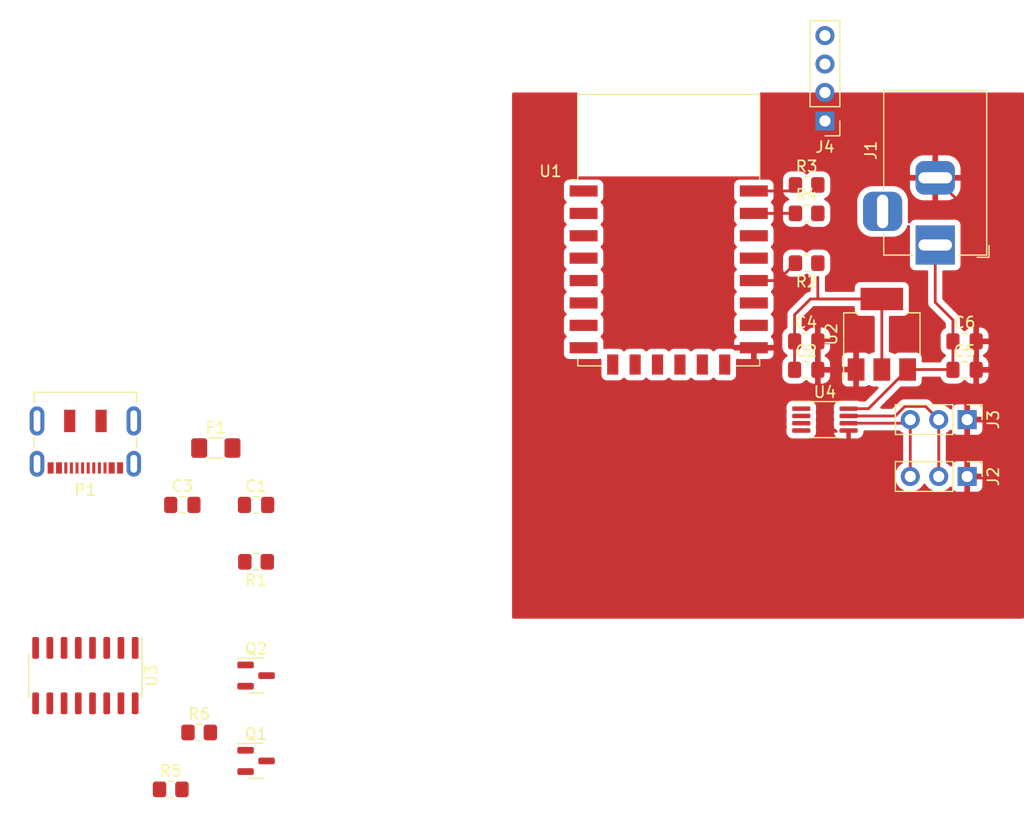
<source format=kicad_pcb>
(kicad_pcb (version 20211014) (generator pcbnew)
  (layers (0 "F.Cu" signal) (31 "B.Cu" signal) (34 "B.Paste" user) (35 "F.Paste" user) (36 "B.SilkS" user "B.Silkscreen") (37 "F.SilkS" user "F.Silkscreen") (38 "B.Mask" user) (39 "F.Mask" user) (44 "Edge.Cuts" user))
  (net 0 "")
  (net 1 "Net-(C1-Pad1)")
  (net 2 "GND")
  (net 3 "+3V3")
  (net 4 "Net-(C3-Pad1)")
  (net 5 "+5V")
  (net 6 "Net-(F1-Pad1)")
  (net 7 "Net-(J3-Pad2)")
  (net 8 "Net-(J3-Pad3)")
  (net 10 "Net-(P1-PadA6)")
  (net 11 "Net-(P1-PadA7)")
  (net 13 "Net-(Q1-Pad1)")
  (net 14 "Net-(Q1-Pad2)")
  (net 15 "gpio0")
  (net 16 "Net-(Q2-Pad1)")
  (net 17 "Net-(Q2-Pad2)")
  (net 18 "rst")
  (net 19 "Net-(R3-Pad1)")
  (net 20 "Net-(R3-Pad2)")
  (net 21 "Net-(R4-Pad1)")
  (net 22 "Net-(R4-Pad2)")
  (net 24 "pwm3")
  (net 25 "pwm1")
  (net 26 "pwm2")
  (net 29 "wsled")
  (net 30 "pwm4")
  (net 34 "Net-(U1-Pad17)")
  (net 35 "sda")
  (net 36 "scl")
  (footprint "Fuse:Fuse_1206_3216Metric_Pad1.42x1.75mm_HandSolder" (layer "F.Cu") (at 72.6075 63.5)
    (fp_text reference "F1" (at 0 -1.82) (layer "F.SilkS"))
    (fp_text value "Fuse")
    (fp_line (start -0.602064 0.91) (end 0.602064 0.91) (layer "F.SilkS") (width 0.12))
    (fp_line (start -0.602064 -0.91) (end 0.602064 -0.91) (layer "F.SilkS") (width 0.12))
    (pad "1" smd roundrect (at -1.4875 0) (size 1.425 1.75) (layers "F.Cu" "F.Paste" "F.Mask") (roundrect_rratio 0.175439) (net 6 "Net-(F1-Pad1)"))
    (pad "2" smd roundrect (at 1.4875 0) (size 1.425 1.75) (layers "F.Cu" "F.Paste" "F.Mask") (roundrect_rratio 0.175439) (net 4 "Net-(C3-Pad1)"))
  )
  (footprint "Package_TO_SOT_SMD:SOT-23" (layer "F.Cu") (at 76.2 91.44)
    (fp_text reference "Q1" (at 0 -2.4) (layer "F.SilkS"))
    (fp_text value "BC847")
    (fp_line (start 0 -1.56) (end 0.65 -1.56) (layer "F.SilkS") (width 0.12))
    (fp_line (start 0 1.56) (end 0.65 1.56) (layer "F.SilkS") (width 0.12))
    (fp_line (start 0 1.56) (end -0.65 1.56) (layer "F.SilkS") (width 0.12))
    (fp_line (start 0 -1.56) (end -1.675 -1.56) (layer "F.SilkS") (width 0.12))
    (pad "1" smd roundrect (at -0.9375 -0.95) (size 1.475 0.6) (layers "F.Cu" "F.Paste" "F.Mask") (net 13 "Net-(Q1-Pad1)"))
    (pad "2" smd roundrect (at -0.9375 0.95) (size 1.475 0.6) (layers "F.Cu" "F.Paste" "F.Mask") (net 14 "Net-(Q1-Pad2)"))
    (pad "3" smd roundrect (at 0.9375 0) (size 1.475 0.6) (layers "F.Cu" "F.Paste" "F.Mask") (net 15 "gpio0"))
  )
  (footprint "Capacitor_SMD:C_0805_2012Metric_Pad1.18x1.45mm_HandSolder" (layer "F.Cu") (at 125.3275 53.975)
    (fp_text reference "C4" (at 0 -1.68) (layer "F.SilkS"))
    (fp_text value "0.1u")
    (fp_line (start -0.261252 0.735) (end 0.261252 0.735) (layer "F.SilkS") (width 0.12))
    (fp_line (start -0.261252 -0.735) (end 0.261252 -0.735) (layer "F.SilkS") (width 0.12))
    (pad "1" smd roundrect (at -1.0375 0) (size 1.175 1.45) (layers "F.Cu" "F.Paste" "F.Mask") (roundrect_rratio 0.212766) (net 3 "+3V3"))
    (pad "2" smd roundrect (at 1.0375 0) (size 1.175 1.45) (layers "F.Cu" "F.Paste" "F.Mask") (roundrect_rratio 0.212766) (net 2 "GND"))
  )
  (footprint "Package_TO_SOT_SMD:SOT-223-3_TabPin2" (layer "F.Cu") (at 132.08 53.34 90)
    (fp_text reference "U2" (at 0 -4.5 90) (layer "F.SilkS"))
    (fp_text value "AMS1117-3.3")
    (fp_line (start -1.85 3.41) (end 1.91 3.41) (layer "F.SilkS") (width 0.12))
    (fp_line (start 1.91 3.41) (end 1.91 2.15) (layer "F.SilkS") (width 0.12))
    (fp_line (start 1.91 -3.41) (end 1.91 -2.15) (layer "F.SilkS") (width 0.12))
    (fp_line (start -4.1 -3.41) (end 1.91 -3.41) (layer "F.SilkS") (width 0.12))
    (pad "1" smd rect (at -3.15 -2.3 90) (size 2 1.5) (layers "F.Cu" "F.Paste" "F.Mask") (net 2 "GND"))
    (pad "2" smd rect (at 3.15 0 90) (size 2 3.8) (layers "F.Cu" "F.Paste" "F.Mask") (net 5 "+5V"))
    (pad "2" smd rect (at -3.15 0 90) (size 2 1.5) (layers "F.Cu" "F.Paste" "F.Mask") (net 5 "+5V"))
    (pad "3" smd rect (at -3.15 2.3 90) (size 2 1.5) (layers "F.Cu" "F.Paste" "F.Mask") (net 3 "+3V3"))
  )
  (footprint "Capacitor_SMD:C_0805_2012Metric_Pad1.18x1.45mm_HandSolder" (layer "F.Cu") (at 125.3275 56.515)
    (fp_text reference "C2" (at 0 -1.68) (layer "F.SilkS"))
    (fp_text value "22u")
    (fp_line (start -0.261252 -0.735) (end 0.261252 -0.735) (layer "F.SilkS") (width 0.12))
    (fp_line (start -0.261252 0.735) (end 0.261252 0.735) (layer "F.SilkS") (width 0.12))
    (pad "1" smd roundrect (at -1.0375 0) (size 1.175 1.45) (layers "F.Cu" "F.Paste" "F.Mask") (roundrect_rratio 0.212766) (net 3 "+3V3"))
    (pad "2" smd roundrect (at 1.0375 0) (size 1.175 1.45) (layers "F.Cu" "F.Paste" "F.Mask") (roundrect_rratio 0.212766) (net 2 "GND"))
  )
  (footprint "Package_SO:MSOP-8_3x3mm_P0.65mm" (layer "F.Cu") (at 127 60.96)
    (fp_text reference "U4" (at 0 -2.45) (layer "F.SilkS"))
    (fp_text value "MAX485E")
    (fp_line (start 0 1.61) (end -1.5 1.61) (layer "F.SilkS") (width 0.12))
    (fp_line (start 0 -1.61) (end -2.925 -1.61) (layer "F.SilkS") (width 0.12))
    (fp_line (start 0 1.61) (end 1.5 1.61) (layer "F.SilkS") (width 0.12))
    (fp_line (start 0 -1.61) (end 1.5 -1.61) (layer "F.SilkS") (width 0.12))
    (pad "1" smd roundrect (at -2.1125 -0.975) (size 1.625 0.4) (layers "F.Cu" "F.Paste" "F.Mask"))
    (pad "2" smd roundrect (at -2.1125 -0.325) (size 1.625 0.4) (layers "F.Cu" "F.Paste" "F.Mask") (net 15 "gpio0"))
    (pad "3" smd roundrect (at -2.1125 0.325) (size 1.625 0.4) (layers "F.Cu" "F.Paste" "F.Mask") (net 15 "gpio0"))
    (pad "4" smd roundrect (at -2.1125 0.975) (size 1.625 0.4) (layers "F.Cu" "F.Paste" "F.Mask") (net 34 "Net-(U1-Pad17)"))
    (pad "5" smd roundrect (at 2.1125 0.975) (size 1.625 0.4) (layers "F.Cu" "F.Paste" "F.Mask") (net 2 "GND"))
    (pad "6" smd roundrect (at 2.1125 0.325) (size 1.625 0.4) (layers "F.Cu" "F.Paste" "F.Mask") (net 8 "Net-(J3-Pad3)"))
    (pad "7" smd roundrect (at 2.1125 -0.325) (size 1.625 0.4) (layers "F.Cu" "F.Paste" "F.Mask") (net 7 "Net-(J3-Pad2)"))
    (pad "8" smd roundrect (at 2.1125 -0.975) (size 1.625 0.4) (layers "F.Cu" "F.Paste" "F.Mask") (net 5 "+5V"))
  )
  (footprint "Capacitor_SMD:C_0805_2012Metric_Pad1.18x1.45mm_HandSolder" (layer "F.Cu") (at 139.4675 53.975)
    (fp_text reference "C6" (at 0 -1.68) (layer "F.SilkS"))
    (fp_text value "0.1u")
    (fp_line (start -0.261252 0.735) (end 0.261252 0.735) (layer "F.SilkS") (width 0.12))
    (fp_line (start -0.261252 -0.735) (end 0.261252 -0.735) (layer "F.SilkS") (width 0.12))
    (pad "1" smd roundrect (at -1.0375 0) (size 1.175 1.45) (layers "F.Cu" "F.Paste" "F.Mask") (roundrect_rratio 0.212766) (net 5 "+5V"))
    (pad "2" smd roundrect (at 1.0375 0) (size 1.175 1.45) (layers "F.Cu" "F.Paste" "F.Mask") (roundrect_rratio 0.212766) (net 2 "GND"))
  )
  (footprint "Resistor_SMD:R_0805_2012Metric_Pad1.20x1.40mm_HandSolder" (layer "F.Cu") (at 71.12 88.9)
    (fp_text reference "R6" (at 0 -1.65) (layer "F.SilkS"))
    (fp_text value "10k")
    (fp_line (start -0.227064 -0.735) (end 0.227064 -0.735) (layer "F.SilkS") (width 0.12))
    (fp_line (start -0.227064 0.735) (end 0.227064 0.735) (layer "F.SilkS") (width 0.12))
    (pad "1" smd roundrect (at -1 0) (size 1.2 1.4) (layers "F.Cu" "F.Paste" "F.Mask") (roundrect_rratio 0.208333) (net 14 "Net-(Q1-Pad2)"))
    (pad "2" smd roundrect (at 1 0) (size 1.2 1.4) (layers "F.Cu" "F.Paste" "F.Mask") (roundrect_rratio 0.208333) (net 16 "Net-(Q2-Pad1)"))
  )
  (footprint "Resistor_SMD:R_0805_2012Metric_Pad1.20x1.40mm_HandSolder" (layer "F.Cu") (at 76.2 73.66 180)
    (fp_text reference "R1" (at 0 -1.65) (layer "F.SilkS"))
    (fp_text value "10k")
    (fp_line (start -0.227064 0.735) (end 0.227064 0.735) (layer "F.SilkS") (width 0.12))
    (fp_line (start -0.227064 -0.735) (end 0.227064 -0.735) (layer "F.SilkS") (width 0.12))
    (pad "1" smd roundrect (at -1 0 180) (size 1.2 1.4) (layers "F.Cu" "F.Paste" "F.Mask") (roundrect_rratio 0.208333) (net 3 "+3V3"))
    (pad "2" smd roundrect (at 1 0 180) (size 1.2 1.4) (layers "F.Cu" "F.Paste" "F.Mask") (roundrect_rratio 0.208333) (net 1 "Net-(C1-Pad1)"))
  )
  (footprint "RF_Module:ESP-12E" (layer "F.Cu") (at 113.05 44.045)
    (fp_text reference "U1" (at -10.56 -5.26) (layer "F.SilkS"))
    (fp_text value "ESP-12E")
    (fp_line (start 8.12 11.5) (end 8.12 12.12) (layer "F.SilkS") (width 0.12))
    (fp_line (start -8.12 -4.5) (end -8.73 -4.5) (layer "F.SilkS") (width 0.12))
    (fp_line (start -8.12 12.12) (end -8.12 11.5) (layer "F.SilkS") (width 0.12))
    (fp_line (start -6 12.12) (end -8.12 12.12) (layer "F.SilkS") (width 0.12))
    (fp_line (start -8.12 -4.5) (end -8.12 -12.12) (layer "F.SilkS") (width 0.12))
    (fp_line (start 8.12 -12.12) (end 8.12 -4.5) (layer "F.SilkS") (width 0.12))
    (fp_line (start -8.12 -12.12) (end 8.12 -12.12) (layer "F.SilkS") (width 0.12))
    (fp_line (start 8.12 12.12) (end 6 12.12) (layer "F.SilkS") (width 0.12))
    (pad "1" smd rect (at -7.6 -3.5) (size 2.5 1) (layers "F.Cu" "F.Paste" "F.Mask") (net 18 "rst"))
    (pad "2" smd rect (at -7.6 -1.5) (size 2.5 1) (layers "F.Cu" "F.Paste" "F.Mask"))
    (pad "3" smd rect (at -7.6 0.5) (size 2.5 1) (layers "F.Cu" "F.Paste" "F.Mask") (net 1 "Net-(C1-Pad1)"))
    (pad "4" smd rect (at -7.6 2.5) (size 2.5 1) (layers "F.Cu" "F.Paste" "F.Mask") (net 18 "rst"))
    (pad "5" smd rect (at -7.6 4.5) (size 2.5 1) (layers "F.Cu" "F.Paste" "F.Mask") (net 24 "pwm3"))
    (pad "6" smd rect (at -7.6 6.5) (size 2.5 1) (layers "F.Cu" "F.Paste" "F.Mask") (net 25 "pwm1"))
    (pad "7" smd rect (at -7.6 8.5) (size 2.5 1) (layers "F.Cu" "F.Paste" "F.Mask") (net 26 "pwm2"))
    (pad "8" smd rect (at -7.6 10.5) (size 2.5 1) (layers "F.Cu" "F.Paste" "F.Mask") (net 3 "+3V3"))
    (pad "9" smd rect (at -5 12) (size 1 1.8) (layers "F.Cu" "F.Paste" "F.Mask"))
    (pad "10" smd rect (at -3 12) (size 1 1.8) (layers "F.Cu" "F.Paste" "F.Mask"))
    (pad "11" smd rect (at -1 12) (size 1 1.8) (layers "F.Cu" "F.Paste" "F.Mask") (net 29 "wsled"))
    (pad "12" smd rect (at 1 12) (size 1 1.8) (layers "F.Cu" "F.Paste" "F.Mask") (net 30 "pwm4"))
    (pad "13" smd rect (at 3 12) (size 1 1.8) (layers "F.Cu" "F.Paste" "F.Mask"))
    (pad "14" smd rect (at 5 12) (size 1 1.8) (layers "F.Cu" "F.Paste" "F.Mask"))
    (pad "15" smd rect (at 7.6 10.5) (size 2.5 1) (layers "F.Cu" "F.Paste" "F.Mask") (net 2 "GND"))
    (pad "16" smd rect (at 7.6 8.5) (size 2.5 1) (layers "F.Cu" "F.Paste" "F.Mask"))
    (pad "17" smd rect (at 7.6 6.5) (size 2.5 1) (layers "F.Cu" "F.Paste" "F.Mask") (net 34 "Net-(U1-Pad17)"))
    (pad "18" smd rect (at 7.6 4.5) (size 2.5 1) (layers "F.Cu" "F.Paste" "F.Mask") (net 15 "gpio0"))
    (pad "19" smd rect (at 7.6 2.5) (size 2.5 1) (layers "F.Cu" "F.Paste" "F.Mask") (net 35 "sda"))
    (pad "20" smd rect (at 7.6 0.5) (size 2.5 1) (layers "F.Cu" "F.Paste" "F.Mask") (net 36 "scl"))
    (pad "21" smd rect (at 7.6 -1.5) (size 2.5 1) (layers "F.Cu" "F.Paste" "F.Mask") (net 21 "Net-(R4-Pad1)"))
    (pad "22" smd rect (at 7.6 -3.5) (size 2.5 1) (layers "F.Cu" "F.Paste" "F.Mask") (net 19 "Net-(R3-Pad1)"))
    (zone (net 0) (net_name "") (layers *.Cu) (connect_pads (clearance 0)) (min_thickness 0.254)
      (keepout (tracks not_allowed) (vias not_allowed) (pads not_allowed) (copperpour not_allowed) (footprints not_allowed))
      (fill (thermal_gap 0.508) (thermal_bridge_width 0.508))
      (polygon (pts (xy 104.93 39.245) (xy 121.17 39.245) (xy 121.17 31.925) (xy 104.93 31.925)))
    )
  )
  (footprint "Connector_PinHeader_2.54mm:PinHeader_1x03_P2.54mm_Vertical" (layer "F.Cu") (at 139.7 66.04 -90)
    (fp_text reference "J2" (at 0 -2.33 90) (layer "F.SilkS"))
    (fp_text value "XLR3")
    (fp_line (start 1.33 1.27) (end 1.33 6.41) (layer "F.SilkS") (width 0.12))
    (fp_line (start -1.33 1.27) (end 1.33 1.27) (layer "F.SilkS") (width 0.12))
    (fp_line (start -1.33 1.27) (end -1.33 6.41) (layer "F.SilkS") (width 0.12))
    (fp_line (start -1.33 0) (end -1.33 -1.33) (layer "F.SilkS") (width 0.12))
    (fp_line (start -1.33 -1.33) (end 0 -1.33) (layer "F.SilkS") (width 0.12))
    (fp_line (start -1.33 6.41) (end 1.33 6.41) (layer "F.SilkS") (width 0.12))
    (pad "1" thru_hole rect (at 0 0 270) (size 1.7 1.7) (drill 1) (layers *.Cu *.Mask) (net 2 "GND"))
    (pad "2" thru_hole oval (at 0 2.54 270) (size 1.7 1.7) (drill 1) (layers *.Cu *.Mask) (net 7 "Net-(J3-Pad2)"))
    (pad "3" thru_hole oval (at 0 5.08 270) (size 1.7 1.7) (drill 1) (layers *.Cu *.Mask) (net 8 "Net-(J3-Pad3)"))
  )
  (footprint "Connector_USB:USB_C_Receptacle_JAE_DX07S016JA1R1500" (layer "F.Cu") (at 60.96 62.23 180)
    (fp_text reference "P1" (at 0 -5) (layer "F.SilkS"))
    (fp_text value "USB_C_Plug_USB2.0")
    (fp_line (start -4.58 2.76) (end -4.58 3.71) (layer "F.SilkS") (width 0.12))
    (fp_line (start -4.58 -1.215) (end -4.58 -0.36) (layer "F.SilkS") (width 0.12))
    (fp_line (start 4.58 -1.215) (end 4.58 -0.36) (layer "F.SilkS") (width 0.12))
    (fp_line (start -4.58 3.71) (end 4.58 3.71) (layer "F.SilkS") (width 0.12))
    (fp_line (start 4.58 2.76) (end 4.58 3.71) (layer "F.SilkS") (width 0.12))
    (pad "" np_thru_hole circle (at -3 -1.95 180) (size 0.6 0.6) (drill 0.6) (layers F&B.Cu *.Mask))
    (pad "" smd rect (at 1.4 1.15 180) (size 1 2) (layers "F.Cu" "F.Paste" "F.Mask"))
    (pad "" np_thru_hole oval (at 3 -1.95 180) (size 0.85 0.6) (drill oval 0.85 0.6) (layers F&B.Cu *.Mask))
    (pad "" smd rect (at -1.4 1.15 180) (size 1 2) (layers "F.Cu" "F.Paste" "F.Mask"))
    (pad "A1" smd rect (at -3.1 -3.05 180) (size 0.52 1) (layers "F.Cu" "F.Paste" "F.Mask") (net 2 "GND"))
    (pad "A4" smd rect (at -2.35 -3.05 180) (size 0.52 1) (layers "F.Cu" "F.Paste" "F.Mask") (net 6 "Net-(F1-Pad1)"))
    (pad "A5" smd rect (at -1.75 -3.05 180) (size 0.27 1) (layers "F.Cu" "F.Paste" "F.Mask"))
    (pad "A6" smd rect (at -0.25 -3.05 180) (size 0.27 1) (layers "F.Cu" "F.Paste" "F.Mask") (net 10 "Net-(P1-PadA6)"))
    (pad "A7" smd rect (at 0.75 -3.05 180) (size 0.27 1) (layers "F.Cu" "F.Paste" "F.Mask") (net 11 "Net-(P1-PadA7)"))
    (pad "A8" smd rect (at 1.75 -3.05 180) (size 0.27 1) (layers "F.Cu" "F.Paste" "F.Mask"))
    (pad "A9" smd rect (at 2.35 -3.05 180) (size 0.52 1) (layers "F.Cu" "F.Paste" "F.Mask") (net 6 "Net-(F1-Pad1)"))
    (pad "A12" smd rect (at 3.1 -3.05 180) (size 0.52 1) (layers "F.Cu" "F.Paste" "F.Mask") (net 2 "GND"))
    (pad "B1" smd rect (at 3.1 -3.05 180) (size 0.52 1) (layers "F.Cu" "F.Paste" "F.Mask") (net 2 "GND"))
    (pad "B4" smd rect (at 2.35 -3.05 180) (size 0.52 1) (layers "F.Cu" "F.Paste" "F.Mask") (net 6 "Net-(F1-Pad1)"))
    (pad "B5" smd rect (at 1.25 -3.05 180) (size 0.27 1) (layers "F.Cu" "F.Paste" "F.Mask"))
    (pad "B6" smd rect (at 0.25 -3.05 180) (size 0.27 1) (layers "F.Cu" "F.Paste" "F.Mask"))
    (pad "B7" smd rect (at -0.75 -3.05 180) (size 0.27 1) (layers "F.Cu" "F.Paste" "F.Mask"))
    (pad "B8" smd rect (at -1.25 -3.05 180) (size 0.27 1) (layers "F.Cu" "F.Paste" "F.Mask"))
    (pad "B9" smd rect (at -2.35 -3.05 180) (size 0.52 1) (layers "F.Cu" "F.Paste" "F.Mask") (net 6 "Net-(F1-Pad1)"))
    (pad "B12" smd rect (at -3.1 -3.05 180) (size 0.52 1) (layers "F.Cu" "F.Paste" "F.Mask") (net 2 "GND"))
    (pad "S1" thru_hole oval (at 4.32 -2.675 180) (size 1.3 2.3) (drill oval 0.6 1.6) (layers *.Cu *.Mask) (net 2 "GND"))
    (pad "S1" thru_hole oval (at -4.32 -2.675 180) (size 1.3 2.3) (drill oval 0.6 1.6) (layers *.Cu *.Mask) (net 2 "GND"))
    (pad "S1" thru_hole oval (at 4.32 1.15 180) (size 1.3 2.6) (drill oval 0.6 1.9) (layers *.Cu *.Mask) (net 2 "GND"))
    (pad "S1" thru_hole oval (at -4.32 1.15 180) (size 1.3 2.6) (drill oval 0.6 1.9) (layers *.Cu *.Mask) (net 2 "GND"))
  )
  (footprint "Capacitor_SMD:C_0805_2012Metric_Pad1.18x1.45mm_HandSolder" (layer "F.Cu") (at 69.6175 68.58)
    (fp_text reference "C3" (at 0 -1.68) (layer "F.SilkS"))
    (fp_text value "22u")
    (fp_line (start -0.261252 -0.735) (end 0.261252 -0.735) (layer "F.SilkS") (width 0.12))
    (fp_line (start -0.261252 0.735) (end 0.261252 0.735) (layer "F.SilkS") (width 0.12))
    (pad "1" smd roundrect (at -1.0375 0) (size 1.175 1.45) (layers "F.Cu" "F.Paste" "F.Mask") (roundrect_rratio 0.212766) (net 4 "Net-(C3-Pad1)"))
    (pad "2" smd roundrect (at 1.0375 0) (size 1.175 1.45) (layers "F.Cu" "F.Paste" "F.Mask") (roundrect_rratio 0.212766) (net 2 "GND"))
  )
  (footprint "Connector_PinHeader_2.54mm:PinHeader_1x03_P2.54mm_Vertical" (layer "F.Cu") (at 139.7 60.96 -90)
    (fp_text reference "J3" (at 0 -2.33 90) (layer "F.SilkS"))
    (fp_text value "XLR3")
    (fp_line (start -1.33 -1.33) (end 0 -1.33) (layer "F.SilkS") (width 0.12))
    (fp_line (start -1.33 1.27) (end -1.33 6.41) (layer "F.SilkS") (width 0.12))
    (fp_line (start -1.33 0) (end -1.33 -1.33) (layer "F.SilkS") (width 0.12))
    (fp_line (start -1.33 1.27) (end 1.33 1.27) (layer "F.SilkS") (width 0.12))
    (fp_line (start -1.33 6.41) (end 1.33 6.41) (layer "F.SilkS") (width 0.12))
    (fp_line (start 1.33 1.27) (end 1.33 6.41) (layer "F.SilkS") (width 0.12))
    (pad "1" thru_hole rect (at 0 0 270) (size 1.7 1.7) (drill 1) (layers *.Cu *.Mask) (net 2 "GND"))
    (pad "2" thru_hole oval (at 0 2.54 270) (size 1.7 1.7) (drill 1) (layers *.Cu *.Mask) (net 7 "Net-(J3-Pad2)"))
    (pad "3" thru_hole oval (at 0 5.08 270) (size 1.7 1.7) (drill 1) (layers *.Cu *.Mask) (net 8 "Net-(J3-Pad3)"))
  )
  (footprint "Capacitor_SMD:C_0805_2012Metric_Pad1.18x1.45mm_HandSolder" (layer "F.Cu") (at 139.4675 56.515)
    (fp_text reference "C5" (at 0 -1.68) (layer "F.SilkS"))
    (fp_text value "22u")
    (fp_line (start -0.261252 0.735) (end 0.261252 0.735) (layer "F.SilkS") (width 0.12))
    (fp_line (start -0.261252 -0.735) (end 0.261252 -0.735) (layer "F.SilkS") (width 0.12))
    (pad "1" smd roundrect (at -1.0375 0) (size 1.175 1.45) (layers "F.Cu" "F.Paste" "F.Mask") (roundrect_rratio 0.212766) (net 5 "+5V"))
    (pad "2" smd roundrect (at 1.0375 0) (size 1.175 1.45) (layers "F.Cu" "F.Paste" "F.Mask") (roundrect_rratio 0.212766) (net 2 "GND"))
  )
  (footprint "Resistor_SMD:R_0805_2012Metric_Pad1.20x1.40mm_HandSolder" (layer "F.Cu") (at 125.365 42.545)
    (fp_text reference "R4" (at 0 -1.65) (layer "F.SilkS"))
    (fp_text value "300")
    (fp_line (start -0.227064 -0.735) (end 0.227064 -0.735) (layer "F.SilkS") (width 0.12))
    (fp_line (start -0.227064 0.735) (end 0.227064 0.735) (layer "F.SilkS") (width 0.12))
    (pad "1" smd roundrect (at -1 0) (size 1.2 1.4) (layers "F.Cu" "F.Paste" "F.Mask") (roundrect_rratio 0.208333) (net 21 "Net-(R4-Pad1)"))
    (pad "2" smd roundrect (at 1 0) (size 1.2 1.4) (layers "F.Cu" "F.Paste" "F.Mask") (roundrect_rratio 0.208333) (net 22 "Net-(R4-Pad2)"))
  )
  (footprint "Connector_PinHeader_2.54mm:PinHeader_1x04_P2.54mm_Vertical" (layer "F.Cu") (at 127 34.29 180)
    (fp_text reference "J4" (at 0 -2.33) (layer "F.SilkS"))
    (fp_text value "Conn_01x04_Male")
    (fp_line (start -1.33 8.95) (end 1.33 8.95) (layer "F.SilkS") (width 0.12))
    (fp_line (start -1.33 1.27) (end 1.33 1.27) (layer "F.SilkS") (width 0.12))
    (fp_line (start 1.33 1.27) (end 1.33 8.95) (layer "F.SilkS") (width 0.12))
    (fp_line (start -1.33 1.27) (end -1.33 8.95) (layer "F.SilkS") (width 0.12))
    (fp_line (start -1.33 -1.33) (end 0 -1.33) (layer "F.SilkS") (width 0.12))
    (fp_line (start -1.33 0) (end -1.33 -1.33) (layer "F.SilkS") (width 0.12))
    (pad "1" thru_hole rect (at 0 0 180) (size 1.7 1.7) (drill 1) (layers *.Cu *.Mask) (net 5 "+5V"))
    (pad "2" thru_hole oval (at 0 2.54 180) (size 1.7 1.7) (drill 1) (layers *.Cu *.Mask) (net 35 "sda"))
    (pad "3" thru_hole oval (at 0 5.08 180) (size 1.7 1.7) (drill 1) (layers *.Cu *.Mask) (net 36 "scl"))
    (pad "4" thru_hole oval (at 0 7.62 180) (size 1.7 1.7) (drill 1) (layers *.Cu *.Mask) (net 2 "GND"))
  )
  (footprint "Resistor_SMD:R_0805_2012Metric_Pad1.20x1.40mm_HandSolder" (layer "F.Cu") (at 125.365 46.99 180)
    (fp_text reference "R2" (at 0 -1.65) (layer "F.SilkS"))
    (fp_text value "10k")
    (fp_line (start -0.227064 -0.735) (end 0.227064 -0.735) (layer "F.SilkS") (width 0.12))
    (fp_line (start -0.227064 0.735) (end 0.227064 0.735) (layer "F.SilkS") (width 0.12))
    (pad "1" smd roundrect (at -1 0 180) (size 1.2 1.4) (layers "F.Cu" "F.Paste" "F.Mask") (roundrect_rratio 0.208333) (net 3 "+3V3"))
    (pad "2" smd roundrect (at 1 0 180) (size 1.2 1.4) (layers "F.Cu" "F.Paste" "F.Mask") (roundrect_rratio 0.208333) (net 15 "gpio0"))
  )
  (footprint "Resistor_SMD:R_0805_2012Metric_Pad1.20x1.40mm_HandSolder" (layer "F.Cu") (at 68.58 93.98)
    (fp_text reference "R5" (at 0 -1.65) (layer "F.SilkS"))
    (fp_text value "10k")
    (fp_line (start -0.227064 -0.735) (end 0.227064 -0.735) (layer "F.SilkS") (width 0.12))
    (fp_line (start -0.227064 0.735) (end 0.227064 0.735) (layer "F.SilkS") (width 0.12))
    (pad "1" smd roundrect (at -1 0) (size 1.2 1.4) (layers "F.Cu" "F.Paste" "F.Mask") (roundrect_rratio 0.208333) (net 17 "Net-(Q2-Pad2)"))
    (pad "2" smd roundrect (at 1 0) (size 1.2 1.4) (layers "F.Cu" "F.Paste" "F.Mask") (roundrect_rratio 0.208333) (net 13 "Net-(Q1-Pad1)"))
  )
  (footprint "Package_TO_SOT_SMD:SOT-23" (layer "F.Cu") (at 76.2 83.82)
    (fp_text reference "Q2" (at 0 -2.4) (layer "F.SilkS"))
    (fp_text value "BC847")
    (fp_line (start 0 1.56) (end 0.65 1.56) (layer "F.SilkS") (width 0.12))
    (fp_line (start 0 -1.56) (end 0.65 -1.56) (layer "F.SilkS") (width 0.12))
    (fp_line (start 0 -1.56) (end -1.675 -1.56) (layer "F.SilkS") (width 0.12))
    (fp_line (start 0 1.56) (end -0.65 1.56) (layer "F.SilkS") (width 0.12))
    (pad "1" smd roundrect (at -0.9375 -0.95) (size 1.475 0.6) (layers "F.Cu" "F.Paste" "F.Mask") (net 16 "Net-(Q2-Pad1)"))
    (pad "2" smd roundrect (at -0.9375 0.95) (size 1.475 0.6) (layers "F.Cu" "F.Paste" "F.Mask") (net 17 "Net-(Q2-Pad2)"))
    (pad "3" smd roundrect (at 0.9375 0) (size 1.475 0.6) (layers "F.Cu" "F.Paste" "F.Mask") (net 18 "rst"))
  )
  (footprint "Package_SO:SOIC-16_3.9x9.9mm_P1.27mm" (layer "F.Cu") (at 60.96 83.82 -90)
    (fp_text reference "U3" (at 0 -5.9 90) (layer "F.SilkS"))
    (fp_text value "CH340G")
    (fp_line (start 0 5.06) (end -1.95 5.06) (layer "F.SilkS") (width 0.12))
    (fp_line (start 0 -5.06) (end 1.95 -5.06) (layer "F.SilkS") (width 0.12))
    (fp_line (start 0 -5.06) (end -3.45 -5.06) (layer "F.SilkS") (width 0.12))
    (fp_line (start 0 5.06) (end 1.95 5.06) (layer "F.SilkS") (width 0.12))
    (pad "1" smd roundrect (at -2.475 -4.445 270) (size 1.95 0.6) (layers "F.Cu" "F.Paste" "F.Mask") (net 2 "GND"))
    (pad "2" smd roundrect (at -2.475 -3.175 270) (size 1.95 0.6) (layers "F.Cu" "F.Paste" "F.Mask") (net 22 "Net-(R4-Pad2)"))
    (pad "3" smd roundrect (at -2.475 -1.905 270) (size 1.95 0.6) (layers "F.Cu" "F.Paste" "F.Mask") (net 20 "Net-(R3-Pad2)"))
    (pad "4" smd roundrect (at -2.475 -0.635 270) (size 1.95 0.6) (layers "F.Cu" "F.Paste" "F.Mask") (net 3 "+3V3"))
    (pad "5" smd roundrect (at -2.475 0.635 270) (size 1.95 0.6) (layers "F.Cu" "F.Paste" "F.Mask") (net 10 "Net-(P1-PadA6)"))
    (pad "6" smd roundrect (at -2.475 1.905 270) (size 1.95 0.6) (layers "F.Cu" "F.Paste" "F.Mask") (net 11 "Net-(P1-PadA7)"))
    (pad "7" smd roundrect (at -2.475 3.175 270) (size 1.95 0.6) (layers "F.Cu" "F.Paste" "F.Mask"))
    (pad "8" smd roundrect (at -2.475 4.445 270) (size 1.95 0.6) (layers "F.Cu" "F.Paste" "F.Mask"))
    (pad "9" smd roundrect (at 2.475 4.445 270) (size 1.95 0.6) (layers "F.Cu" "F.Paste" "F.Mask"))
    (pad "10" smd roundrect (at 2.475 3.175 270) (size 1.95 0.6) (layers "F.Cu" "F.Paste" "F.Mask"))
    (pad "11" smd roundrect (at 2.475 1.905 270) (size 1.95 0.6) (layers "F.Cu" "F.Paste" "F.Mask"))
    (pad "12" smd roundrect (at 2.475 0.635 270) (size 1.95 0.6) (layers "F.Cu" "F.Paste" "F.Mask"))
    (pad "13" smd roundrect (at 2.475 -0.635 270) (size 1.95 0.6) (layers "F.Cu" "F.Paste" "F.Mask") (net 14 "Net-(Q1-Pad2)"))
    (pad "14" smd roundrect (at 2.475 -1.905 270) (size 1.95 0.6) (layers "F.Cu" "F.Paste" "F.Mask") (net 17 "Net-(Q2-Pad2)"))
    (pad "15" smd roundrect (at 2.475 -3.175 270) (size 1.95 0.6) (layers "F.Cu" "F.Paste" "F.Mask"))
    (pad "16" smd roundrect (at 2.475 -4.445 270) (size 1.95 0.6) (layers "F.Cu" "F.Paste" "F.Mask") (net 4 "Net-(C3-Pad1)"))
  )
  (footprint "Connector_BarrelJack:BarrelJack_Horizontal" (layer "F.Cu") (at 136.8475 45.37 -90)
    (fp_text reference "J1" (at -8.45 5.75 90) (layer "F.SilkS"))
    (fp_text value "Conn_01x02_Female")
    (fp_line (start 0.9 1.9) (end 0.9 4.6) (layer "F.SilkS") (width 0.12))
    (fp_line (start -13.8 4.6) (end -13.8 -4.6) (layer "F.SilkS") (width 0.12))
    (fp_line (start -5 4.6) (end -13.8 4.6) (layer "F.SilkS") (width 0.12))
    (fp_line (start 0.05 -4.8) (end 1.1 -4.8) (layer "F.SilkS") (width 0.12))
    (fp_line (start 0.9 4.6) (end -1 4.6) (layer "F.SilkS") (width 0.12))
    (fp_line (start 0.9 -4.6) (end 0.9 -2) (layer "F.SilkS") (width 0.12))
    (fp_line (start 1.1 -3.75) (end 1.1 -4.8) (layer "F.SilkS") (width 0.12))
    (fp_line (start -13.8 -4.6) (end 0.9 -4.6) (layer "F.SilkS") (width 0.12))
    (pad "1" thru_hole rect (at 0 0 270) (size 3.5 3.5) (drill oval 1 3) (layers *.Cu *.Mask) (net 5 "+5V"))
    (pad "2" thru_hole roundrect (at -6 0 270) (size 3 3.5) (drill oval 1 3) (layers *.Cu *.Mask) (net 2 "GND"))
    (pad "3" thru_hole roundrect (at -3 4.7 270) (size 3.5 3.5) (drill oval 3 1) (layers *.Cu *.Mask))
  )
  (footprint "Resistor_SMD:R_0805_2012Metric_Pad1.20x1.40mm_HandSolder" (layer "F.Cu") (at 125.365 40.005)
    (fp_text reference "R3" (at 0 -1.65) (layer "F.SilkS"))
    (fp_text value "300")
    (fp_line (start -0.227064 -0.735) (end 0.227064 -0.735) (layer "F.SilkS") (width 0.12))
    (fp_line (start -0.227064 0.735) (end 0.227064 0.735) (layer "F.SilkS") (width 0.12))
    (pad "1" smd roundrect (at -1 0) (size 1.2 1.4) (layers "F.Cu" "F.Paste" "F.Mask") (roundrect_rratio 0.208333) (net 19 "Net-(R3-Pad1)"))
    (pad "2" smd roundrect (at 1 0) (size 1.2 1.4) (layers "F.Cu" "F.Paste" "F.Mask") (roundrect_rratio 0.208333) (net 20 "Net-(R3-Pad2)"))
  )
  (footprint "Capacitor_SMD:C_0805_2012Metric_Pad1.18x1.45mm_HandSolder" (layer "F.Cu") (at 76.2 68.58)
    (fp_text reference "C1" (at 0 -1.68) (layer "F.SilkS"))
    (fp_text value "0.1u")
    (fp_line (start -0.261252 0.735) (end 0.261252 0.735) (layer "F.SilkS") (width 0.12))
    (fp_line (start -0.261252 -0.735) (end 0.261252 -0.735) (layer "F.SilkS") (width 0.12))
    (pad "1" smd roundrect (at -1.0375 0) (size 1.175 1.45) (layers "F.Cu" "F.Paste" "F.Mask") (roundrect_rratio 0.212766) (net 1 "Net-(C1-Pad1)"))
    (pad "2" smd roundrect (at 1.0375 0) (size 1.175 1.45) (layers "F.Cu" "F.Paste" "F.Mask") (roundrect_rratio 0.212766) (net 2 "GND"))
  )
  (segment (start 126.365 53.975) (end 126.365 56.515) (width 0.25) (layer "F.Cu") (net 2))
  (segment (start 140.505 43.0275) (end 136.8475 39.37) (width 0.25) (layer "F.Cu") (net 2))
  (segment (start 140.505 53.975) (end 140.505 43.0275) (width 0.25) (layer "F.Cu") (net 2))
  (segment (start 139.7 60.96) (end 139.7 66.04) (width 0.25) (layer "F.Cu") (net 2))
  (segment (start 126.365 56.515) (end 126.39 56.49) (width 0.25) (layer "F.Cu") (net 2))
  (segment (start 140.505 53.975) (end 140.505 56.515) (width 0.25) (layer "F.Cu") (net 2))
  (segment (start 126.365 56.515) (end 129.755 56.515) (width 0.25) (layer "F.Cu") (net 2))
  (segment (start 129.755 56.515) (end 129.78 56.49) (width 0.25) (layer "F.Cu") (net 2))
  (segment (start 134.38 56.49) (end 130.885 59.985) (width 0.25) (layer "F.Cu") (net 5))
  (segment (start 126.365 48.26) (end 126.365 50.165) (width 0.25) (layer "F.Cu") (net 5))
  (segment (start 136.8475 50.4875) (end 136.8475 45.37) (width 0.25) (layer "F.Cu") (net 5))
  (segment (start 138.43 53.975) (end 138.43 56.515) (width 0.25) (layer "F.Cu") (net 5))
  (segment (start 124.29 53.975) (end 124.29 56.515) (width 0.25) (layer "F.Cu") (net 5))
  (segment (start 125.705 50.19) (end 124.29 51.605) (width 0.25) (layer "F.Cu") (net 5))
  (segment (start 138.43 56.515) (end 138.405 56.49) (width 0.25) (layer "F.Cu") (net 5))
  (segment (start 138.405 56.49) (end 134.38 56.49) (width 0.25) (layer "F.Cu") (net 5))
  (segment (start 126.365 50.165) (end 126.39 50.19) (width 0.25) (layer "F.Cu") (net 5))
  (segment (start 138.43 52.07) (end 136.8475 50.4875) (width 0.25) (layer "F.Cu") (net 5))
  (segment (start 132.08 50.19) (end 125.705 50.19) (width 0.25) (layer "F.Cu") (net 5))
  (segment (start 132.08 56.49) (end 132.08 50.19) (width 0.25) (layer "F.Cu") (net 5))
  (segment (start 126.39 50.19) (end 132.08 50.19) (width 0.25) (layer "F.Cu") (net 5))
  (segment (start 124.29 51.605) (end 124.29 53.975) (width 0.25) (layer "F.Cu") (net 5))
  (segment (start 138.43 53.975) (end 138.43 52.07) (width 0.25) (layer "F.Cu") (net 5))
  (segment (start 130.885 59.985) (end 129.1125 59.985) (width 0.25) (layer "F.Cu") (net 5))
  (segment (start 135.985489 59.785489) (end 137.16 60.96) (width 0.25) (layer "F.Cu") (net 7))
  (segment (start 134.133501 59.785489) (end 135.985489 59.785489) (width 0.25) (layer "F.Cu") (net 7))
  (segment (start 133.28399 60.635) (end 134.133501 59.785489) (width 0.25) (layer "F.Cu") (net 7))
  (segment (start 129.1125 60.635) (end 133.28399 60.635) (width 0.25) (layer "F.Cu") (net 7))
  (segment (start 137.16 60.96) (end 137.16 66.04) (width 0.25) (layer "F.Cu") (net 7))
  (segment (start 134.62 60.96) (end 134.62 66.04) (width 0.25) (layer "F.Cu") (net 8))
  (segment (start 129.1125 61.285) (end 134.295 61.285) (width 0.25) (layer "F.Cu") (net 8))
  (segment (start 134.295 61.285) (end 134.62 60.96) (width 0.25) (layer "F.Cu") (net 8))
  (segment (start 122.81 48.545) (end 124.365 46.99) (width 0.25) (layer "F.Cu") (net 15))
  (segment (start 120.65 48.545) (end 122.81 48.545) (width 0.25) (layer "F.Cu") (net 15))
  (segment (start 123.825 40.545) (end 124.365 40.005) (width 0.25) (layer "F.Cu") (net 19))
  (segment (start 120.65 40.545) (end 123.825 40.545) (width 0.25) (layer "F.Cu") (net 19))
  (segment (start 120.65 42.545) (end 124.365 42.545) (width 0.25) (layer "F.Cu") (net 21))
  (zone (net 2) (net_name "GND") (layer "F.Cu") (connect_pads (clearance 0.508)) (min_thickness 0.254) (fill yes (thermal_gap 0.508) (thermal_bridge_width 0.508))
    (polygon (pts (xy 144.78 78.74) (xy 99.06 78.74) (xy 99.06 31.75) (xy 144.78 31.75)))
  )
)
</source>
